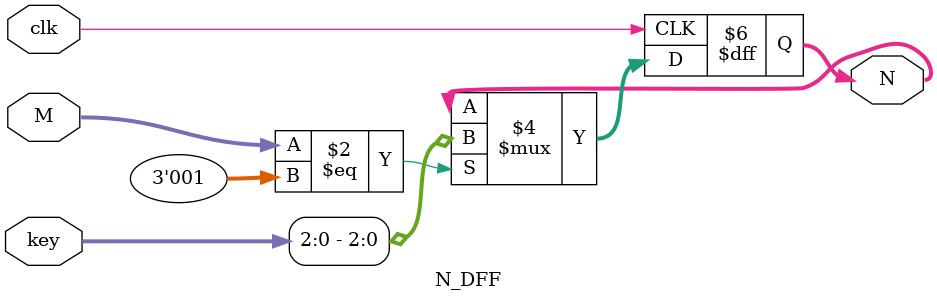
<source format=v>
module N_DFF(
    input clk,
    input [4-1:0] key,
    input [3-1:0] M,
    output reg [3-1:0] N
);

  always @ (posedge clk) begin
    if(M == 001)
      N <= key;
    else
      N <= N;
  end

endmodule

</source>
